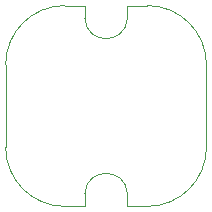
<source format=gbr>
G04 #@! TF.GenerationSoftware,KiCad,Pcbnew,5.1.8*
G04 #@! TF.CreationDate,2020-11-15T22:35:16+01:00*
G04 #@! TF.ProjectId,charging,63686172-6769-46e6-972e-6b696361645f,rev?*
G04 #@! TF.SameCoordinates,PX2fb84f0PY2fb84f0*
G04 #@! TF.FileFunction,Profile,NP*
%FSLAX46Y46*%
G04 Gerber Fmt 4.6, Leading zero omitted, Abs format (unit mm)*
G04 Created by KiCad (PCBNEW 5.1.8) date 2020-11-15 22:35:16*
%MOMM*%
%LPD*%
G01*
G04 APERTURE LIST*
G04 #@! TA.AperFunction,Profile*
%ADD10C,0.100000*%
G04 #@! TD*
G04 APERTURE END LIST*
D10*
X-1835221Y8538000D02*
X-1835221Y7438000D01*
X-3538000Y8538000D02*
X-1835221Y8538000D01*
X-8538000Y3538000D02*
G75*
G02*
X-3538000Y8538000I5000000J0D01*
G01*
X-8538000Y-3462000D02*
X-8538000Y3538000D01*
X-3538000Y-8462000D02*
G75*
G02*
X-8538000Y-3462000I0J5000000D01*
G01*
X-1835221Y-8462000D02*
X-3538000Y-8462000D01*
X-1835221Y-7362000D02*
X-1835221Y-8462000D01*
X-1835220Y-7362000D02*
G75*
G02*
X1759220Y-7362000I1797220J-100000D01*
G01*
X1759220Y-8462000D02*
X1759220Y-7362000D01*
X3462000Y-8462000D02*
X1759220Y-8462000D01*
X8462000Y-3462000D02*
G75*
G02*
X3462000Y-8462000I-5000000J0D01*
G01*
X8462000Y3538000D02*
X8462000Y-3462000D01*
X3462000Y8538000D02*
G75*
G02*
X8462000Y3538000I0J-5000000D01*
G01*
X1759220Y8538000D02*
X3462000Y8538000D01*
X1759220Y7438000D02*
X1759220Y8538000D01*
X1759221Y7438000D02*
G75*
G02*
X-1835221Y7438000I-1797221J100000D01*
G01*
M02*

</source>
